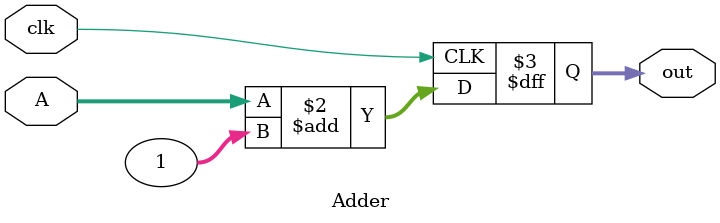
<source format=v>
`timescale 1ns / 1ps


module Adder(
        input  [31:0] A,
        input clk,
        
        output reg [31:0] out
);
    
always @(posedge clk) 
     begin
        out = A + 1;      
     end
endmodule

</source>
